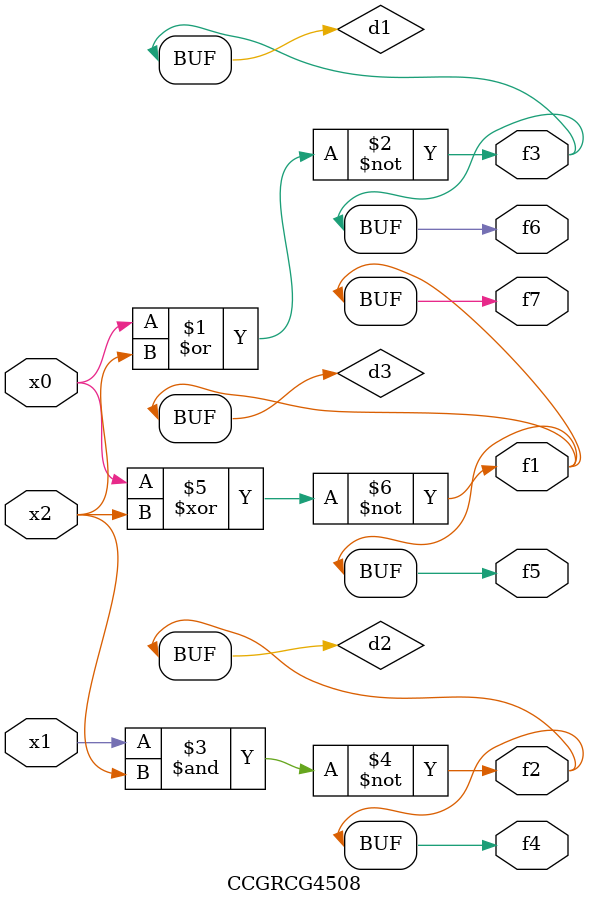
<source format=v>
module CCGRCG4508(
	input x0, x1, x2,
	output f1, f2, f3, f4, f5, f6, f7
);

	wire d1, d2, d3;

	nor (d1, x0, x2);
	nand (d2, x1, x2);
	xnor (d3, x0, x2);
	assign f1 = d3;
	assign f2 = d2;
	assign f3 = d1;
	assign f4 = d2;
	assign f5 = d3;
	assign f6 = d1;
	assign f7 = d3;
endmodule

</source>
